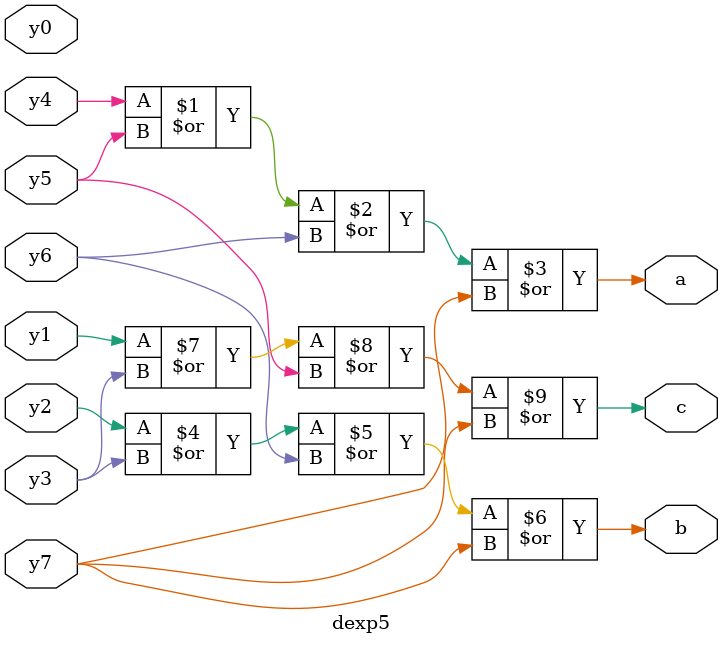
<source format=v>
module dexp5(a,b,c,y0,y1,y2,y3,y4,y5,y6,y7); 
input y0,y1,y2,y3,y4,y5,y6,y7; 
output a,b,c; 
assign a= ( y4 | y5 | y6 | y7); 
assign b= ( y2 | y3 | y6 | y7); 
assign c= ( y1 | y3 | y5 | y7); 
endmodule
</source>
